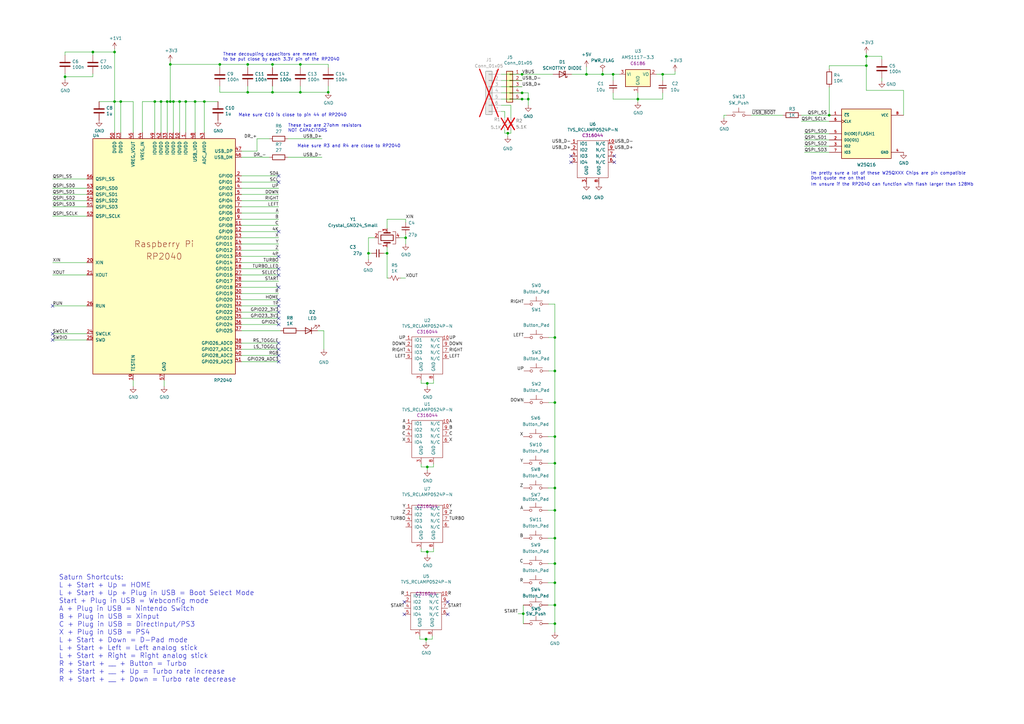
<source format=kicad_sch>
(kicad_sch (version 20230121) (generator eeschema)
  (paper "A3")
  (title_block (title "Nintendo OEM SNES controller replacement PCB") (date "2022-10-21") (rev "3") (comment 1 "http://creativecommons.org/licenses/by-sa/4.0") (comment 2 "Attribution-ShareAlike v4.0 license.") (comment 3 "This document describes Open Hardware and is licensed under the Creative Commons") (comment 4 "(c) 2022 Bob Taylor"))
  (lib_symbols
    (symbol "Connector_Generic:Conn_01x05" (pin_names (offset 1.016) hide)
      (property "Reference" "J" (at 0 7.62 0))
      (property "Value" "Conn_01x05" (at 0 -7.62 0))
      (symbol "Conn_01x05_1_1"
        (pin passive line (at -5.08 5.08 0) (length 3.81) (name "Pin_1") (number "1"))
        (pin passive line (at -5.08 2.54 0) (length 3.81) (name "Pin_2") (number "2"))
        (pin passive line (at -5.08 0 0) (length 3.81) (name "Pin_3") (number "3"))
        (pin passive line (at -5.08 -2.54 0) (length 3.81) (name "Pin_4") (number "4"))
        (pin passive line (at -5.08 -5.08 0) (length 3.81) (name "Pin_5") (number "5"))
      )
    )
    (symbol "Connector_Generic:Conn_01x07" (pin_names (offset 1.016) hide)
      (property "Reference" "J" (at 0 10.16 0))
      (property "Value" "Conn_01x07" (at 0 -10.16 0))
      (symbol "Conn_01x07_1_1"
        (pin passive line (at -5.08 7.62 0) (length 3.81) (name "Pin_1") (number "1"))
        (pin passive line (at -5.08 5.08 0) (length 3.81) (name "Pin_2") (number "2"))
        (pin passive line (at -5.08 2.54 0) (length 3.81) (name "Pin_3") (number "3"))
        (pin passive line (at -5.08 0 0) (length 3.81) (name "Pin_4") (number "4"))
        (pin passive line (at -5.08 -2.54 0) (length 3.81) (name "Pin_5") (number "5"))
        (pin passive line (at -5.08 -5.08 0) (length 3.81) (name "Pin_6") (number "6"))
        (pin passive line (at -5.08 -7.62 0) (length 3.81) (name "Pin_7") (number "7"))
      )
    )
    (symbol "Device:C" (pin_numbers hide) (pin_names (offset 0.254))
      (property "Reference" "C" (at 0.635 2.54 0))
      (property "Value" "C" (at 0.635 -2.54 0))
      (symbol "C_1_1"
        (pin passive line (at 0 3.81 270) (length 2.794) (name "~") (number "1"))
        (pin passive line (at 0 -3.81 90) (length 2.794) (name "~") (number "2"))
      )
    )
    (symbol "Device:C_Small" (pin_numbers hide) (pin_names (offset 0.254) hide)
      (property "Reference" "C" (at 0.254 1.778 0))
      (property "Value" "C_Small" (at 0.254 -2.032 0))
      (symbol "C_Small_1_1"
        (pin passive line (at 0 2.54 270) (length 2.032) (name "~") (number "1"))
        (pin passive line (at 0 -2.54 90) (length 2.032) (name "~") (number "2"))
      )
    )
    (symbol "Device:Crystal_GND24" (pin_names (offset 1.016) hide)
      (property "Reference" "Y" (at 3.175 5.08 0))
      (property "Value" "Crystal_GND24" (at 3.175 3.175 0))
      (symbol "Crystal_GND24_1_1"
        (pin passive line (at -3.81 0 0) (length 1.27) (name "1") (number "1"))
        (pin passive line (at 0 5.08 270) (length 1.27) (name "2") (number "2"))
        (pin passive line (at 3.81 0 180) (length 1.27) (name "3") (number "3"))
        (pin passive line (at 0 -5.08 90) (length 1.27) (name "4") (number "4"))
      )
    )
    (symbol "Device:D_Schottky" (pin_numbers hide) (pin_names (offset 1.016) hide)
      (property "Reference" "D" (at 0 2.54 0))
      (property "Value" "D_Schottky" (at 0 -2.54 0))
      (symbol "D_Schottky_1_1"
        (pin passive line (at -3.81 0 0) (length 2.54) (name "K") (number "1"))
        (pin passive line (at 3.81 0 180) (length 2.54) (name "A") (number "2"))
      )
    )
    (symbol "Device:LED" (pin_numbers hide) (pin_names (offset 1.016) hide)
      (property "Reference" "D" (at 0 2.54 0))
      (property "Value" "LED" (at 0 -2.54 0))
      (symbol "LED_1_1"
        (pin passive line (at -3.81 0 0) (length 2.54) (name "K") (number "1"))
        (pin passive line (at 3.81 0 180) (length 2.54) (name "A") (number "2"))
      )
    )
    (symbol "Device:R" (pin_numbers hide) (pin_names (offset 0))
      (property "Reference" "R" (at 2.032 0 90))
      (property "Value" "R" (at 0 0 90))
      (symbol "R_1_1"
        (pin passive line (at 0 3.81 270) (length 1.27) (name "~") (number "1"))
        (pin passive line (at 0 -3.81 90) (length 1.27) (name "~") (number "2"))
      )
    )
    (symbol "Device:R_Small_US" (pin_numbers hide) (pin_names (offset 0.254) hide)
      (property "Reference" "R" (at 0.762 0.508 0))
      (property "Value" "R_Small_US" (at 0.762 -1.016 0))
      (symbol "R_Small_US_1_1"
        (pin passive line (at 0 2.54 270) (length 1.016) (name "~") (number "1"))
        (pin passive line (at 0 -2.54 90) (length 1.016) (name "~") (number "2"))
      )
    )
    (symbol "Regulator_Linear:AMS1117-3.3"
      (property "Reference" "U" (at -3.81 3.175 0))
      (property "Value" "AMS1117-3.3" (at 0 3.175 0))
      (symbol "AMS1117-3.3_1_1"
        (pin power_in line (at 0 -7.62 90) (length 2.54) (name "GND") (number "1"))
        (pin power_out line (at 7.62 0 180) (length 2.54) (name "VO") (number "2"))
        (pin power_in line (at -7.62 0 0) (length 2.54) (name "VI") (number "3"))
      )
    )
    (symbol "Switch:SW_Push" (pin_numbers hide) (pin_names (offset 1.016) hide)
      (property "Reference" "SW" (at 1.27 2.54 0))
      (property "Value" "SW_Push" (at 0 -1.524 0))
      (symbol "SW_Push_0_1"
        (pin passive line (at -5.08 0 0) (length 2.54) (name "1") (number "1"))
        (pin passive line (at 5.08 0 180) (length 2.54) (name "2") (number "2"))
      )
    )
    (symbol "Video_Games:RP2040" (pin_names (offset 1.016))
      (property "Reference" "U4" (at -27.94 49.53 0))
      (property "Value" "RP2040" (at 24.13 -50.8 0))
      (symbol "RP2040_0_0"
        (text "Raspberry Pi" (at 0 5.08 0) (effects (font (size 2.54 2.54))))
        (text "RP2040" (at 0 0 0) (effects (font (size 2.54 2.54))))
      )
      (symbol "RP2040_1_1"
        (pin power_in line (at 8.89 50.8 270) (length 2.54) (name "IOVDD") (number "1"))
        (pin power_in line (at 6.35 50.8 270) (length 2.54) (name "IOVDD") (number "10"))
        (pin bidirectional line (at 31.75 12.7 180) (length 2.54) (name "GPIO8") (number "11"))
        (pin bidirectional line (at 31.75 10.16 180) (length 2.54) (name "GPIO9") (number "12"))
        (pin bidirectional line (at 31.75 7.62 180) (length 2.54) (name "GPIO10") (number "13"))
        (pin bidirectional line (at 31.75 5.08 180) (length 2.54) (name "GPIO11") (number "14"))
        (pin bidirectional line (at 31.75 2.54 180) (length 2.54) (name "GPIO12") (number "15"))
        (pin bidirectional line (at 31.75 0 180) (length 2.54) (name "GPIO13") (number "16"))
        (pin bidirectional line (at 31.75 -2.54 180) (length 2.54) (name "GPIO14") (number "17"))
        (pin bidirectional line (at 31.75 -5.08 180) (length 2.54) (name "GPIO15") (number "18"))
        (pin passive line (at -12.7 -50.8 90) (length 2.54) (name "TESTEN") (number "19"))
        (pin bidirectional line (at 31.75 33.02 180) (length 2.54) (name "GPIO0") (number "2"))
        (pin input line (at -31.75 -2.54 0) (length 2.54) (name "XIN") (number "20"))
        (pin passive line (at -31.75 -7.62 0) (length 2.54) (name "XOUT") (number "21"))
        (pin power_in line (at 3.81 50.8 270) (length 2.54) (name "IOVDD") (number "22"))
        (pin power_in line (at -17.78 50.8 270) (length 2.54) (name "DVDD") (number "23"))
        (pin output line (at -31.75 -31.75 0) (length 2.54) (name "SWCLK") (number "24"))
        (pin bidirectional line (at -31.75 -34.29 0) (length 2.54) (name "SWD") (number "25"))
        (pin input line (at -31.75 -20.32 0) (length 2.54) (name "RUN") (number "26"))
        (pin bidirectional line (at 31.75 -7.62 180) (length 2.54) (name "GPIO16") (number "27"))
        (pin bidirectional line (at 31.75 -10.16 180) (length 2.54) (name "GPIO17") (number "28"))
        (pin bidirectional line (at 31.75 -12.7 180) (length 2.54) (name "GPIO18") (number "29"))
        (pin bidirectional line (at 31.75 30.48 180) (length 2.54) (name "GPIO1") (number "3"))
        (pin bidirectional line (at 31.75 -15.24 180) (length 2.54) (name "GPIO19") (number "30"))
        (pin bidirectional line (at 31.75 -17.78 180) (length 2.54) (name "GPIO20") (number "31"))
        (pin bidirectional line (at 31.75 -20.32 180) (length 2.54) (name "GPIO21") (number "32"))
        (pin power_in line (at 1.27 50.8 270) (length 2.54) (name "IOVDD") (number "33"))
        (pin bidirectional line (at 31.75 -22.86 180) (length 2.54) (name "GPIO22") (number "34"))
        (pin bidirectional line (at 31.75 -25.4 180) (length 2.54) (name "GPIO23") (number "35"))
        (pin bidirectional line (at 31.75 -27.94 180) (length 2.54) (name "GPIO24") (number "36"))
        (pin bidirectional line (at 31.75 -30.48 180) (length 2.54) (name "GPIO25") (number "37"))
        (pin bidirectional line (at 31.75 -35.56 180) (length 2.54) (name "GPIO26_ADC0") (number "38"))
        (pin bidirectional line (at 31.75 -38.1 180) (length 2.54) (name "GPIO27_ADC1") (number "39"))
        (pin bidirectional line (at 31.75 27.94 180) (length 2.54) (name "GPIO2") (number "4"))
        (pin bidirectional line (at 31.75 -40.64 180) (length 2.54) (name "GPIO28_ADC2") (number "40"))
        (pin bidirectional line (at 31.75 -43.18 180) (length 2.54) (name "GPIO29_ADC3") (number "41"))
        (pin power_in line (at -1.27 50.8 270) (length 2.54) (name "IOVDD") (number "42"))
        (pin power_in line (at 16.51 50.8 270) (length 2.54) (name "ADC_AVDD") (number "43"))
        (pin power_in line (at -8.89 50.8 270) (length 2.54) (name "VREG_IN") (number "44"))
        (pin power_out line (at -12.7 50.8 270) (length 2.54) (name "VREG_VOUT") (number "45"))
        (pin bidirectional line (at 31.75 40.64 180) (length 2.54) (name "USB_DM") (number "46"))
        (pin bidirectional line (at 31.75 43.18 180) (length 2.54) (name "USB_DP") (number "47"))
        (pin power_in line (at 12.7 50.8 270) (length 2.54) (name "USB_VDD") (number "48"))
        (pin power_in line (at -3.81 50.8 270) (length 2.54) (name "IOVDD") (number "49"))
        (pin bidirectional line (at 31.75 25.4 180) (length 2.54) (name "GPIO3") (number "5"))
        (pin power_in line (at -20.32 50.8 270) (length 2.54) (name "DVDD") (number "50"))
        (pin bidirectional line (at -31.75 20.32 0) (length 2.54) (name "QSPI_SD3") (number "51"))
        (pin output line (at -31.75 16.51 0) (length 2.54) (name "QSPI_SCLK") (number "52"))
        (pin bidirectional line (at -31.75 27.94 0) (length 2.54) (name "QSPI_SD0") (number "53"))
        (pin bidirectional line (at -31.75 22.86 0) (length 2.54) (name "QSPI_SD2") (number "54"))
        (pin bidirectional line (at -31.75 25.4 0) (length 2.54) (name "QSPI_SD1") (number "55"))
        (pin bidirectional line (at -31.75 31.75 0) (length 2.54) (name "QSPI_SS") (number "56"))
        (pin power_in line (at 0 -50.8 90) (length 2.54) (name "GND") (number "57"))
        (pin bidirectional line (at 31.75 22.86 180) (length 2.54) (name "GPIO4") (number "6"))
        (pin bidirectional line (at 31.75 20.32 180) (length 2.54) (name "GPIO5") (number "7"))
        (pin bidirectional line (at 31.75 17.78 180) (length 2.54) (name "GPIO6") (number "8"))
        (pin bidirectional line (at 31.75 15.24 180) (length 2.54) (name "GPIO7") (number "9"))
      )
    )
    (symbol "Video_Games:TVS_RCLAMP0524P-N-Video_Games" (pin_names (offset 1.016))
      (property "Reference" "U3" (at 0 11.811 0))
      (property "Value" "TVS_RCLAMP0524P-N-Video_Games" (at 0 9.4996 0))
      (property "LCSC Part" "C316044" (at 0 7.1882 0))
      (symbol "TVS_RCLAMP0524P-N-Video_Games_1_1"
        (pin input line (at -8.89 3.81 0) (length 2.54) (name "IO1") (number "1"))
        (pin output line (at 8.89 3.81 180) (length 2.54) (name "N/C") (number "10"))
        (pin input line (at -8.89 1.27 0) (length 2.54) (name "IO2") (number "2"))
        (pin input line (at -2.54 -12.7 90) (length 2.54) (name "GND") (number "3"))
        (pin input line (at -8.89 -1.27 0) (length 2.54) (name "IO3") (number "4"))
        (pin input line (at -8.89 -3.81 0) (length 2.54) (name "IO4") (number "5"))
        (pin output line (at 8.89 -3.81 180) (length 2.54) (name "N/C") (number "6"))
        (pin output line (at 8.89 -1.27 180) (length 2.54) (name "N/C") (number "7"))
        (pin input line (at 2.54 -12.7 90) (length 2.54) (name "GND") (number "8"))
        (pin output line (at 8.89 1.27 180) (length 2.54) (name "N/C") (number "9"))
      )
    )
    (symbol "Video_Games:W25Q256JVEIQ_TR" (pin_names (offset 1.016))
      (property "Reference" "FLASH1" (at 0 0 0))
      (property "Value" "W25Q256JVEIQ_TR" (at 0 -12.7 0))
      (symbol "W25Q256JVEIQ_TR_0_0"
        (pin input line (at -15.24 7.62 0) (length 5.08) (name "~{CS}") (number "1"))
        (pin bidirectional line (at -15.24 -2.54 0) (length 5.08) (name "DO(IO1)") (number "2"))
        (pin bidirectional line (at -15.24 -5.08 0) (length 5.08) (name "IO2") (number "3"))
        (pin power_in line (at 15.24 -7.62 180) (length 5.08) (name "GND") (number "4"))
        (pin bidirectional line (at -15.24 0 0) (length 5.08) (name "DI(IO0)") (number "5"))
        (pin input clock (at -15.24 5.08 0) (length 5.08) (name "CLK") (number "6"))
        (pin bidirectional line (at -15.24 -7.62 0) (length 5.08) (name "IO3") (number "7"))
        (pin power_in line (at 15.24 7.62 180) (length 5.08) (name "VCC") (number "8"))
      )
    )
    (symbol "power:+1V1" (power) (pin_names (offset 0))
      (property "Value" "+1V1" (at 0 3.556 0))
      (symbol "+1V1_1_1"
        (pin power_in line (at 0 0 90) (length 0) hide (name "+1V1") (number "1"))
      )
    )
    (symbol "power:+3V3" (power) (pin_names (offset 0))
      (property "Value" "+3V3" (at 0 3.556 0))
      (symbol "+3V3_1_1"
        (pin power_in line (at 0 0 90) (length 0) hide (name "+3V3") (number "1"))
      )
    )
    (symbol "power:+5V" (power) (pin_names (offset 0))
      (property "Value" "+5V" (at 0 3.556 0))
      (symbol "+5V_1_1"
        (pin power_in line (at 0 0 90) (length 0) hide (name "+5V") (number "1"))
      )
    )
    (symbol "power:GND" (power) (pin_names (offset 0))
      (property "Value" "GND" (at 0 -3.81 0))
      (symbol "GND_1_1"
        (pin power_in line (at 0 0 270) (length 0) hide (name "GND") (number "1"))
      )
    )
    (symbol "power:PWR_FLAG" (power) (pin_numbers hide) (pin_names (offset 0) hide)
      (property "Value" "PWR_FLAG" (at 0 3.81 0))
      (symbol "PWR_FLAG_0_0"
        (pin power_out line (at 0 0 90) (length 0) (name "pwr") (number "1"))
      )
    )
  )
  (junction (at 151.13 103.886))
  (junction (at 175.26 157.226))
  (junction (at 63.5 41.656))
  (junction (at 49.53 41.656))
  (junction (at 123.19 37.846))
  (junction (at 69.85 41.656))
  (junction (at 271.78 30.48))
  (junction (at 66.04 41.656))
  (junction (at 227.584 231.14))
  (junction (at 261.62 40.64))
  (junction (at 83.82 41.656))
  (junction (at 69.85 26.416))
  (junction (at 227.584 248.158))
  (junction (at 73.66 41.656))
  (junction (at 355.346 23.114))
  (junction (at 76.2 41.656))
  (junction (at 216.662 40.64))
  (junction (at 227.584 179.07))
  (junction (at 134.62 37.846))
  (junction (at 227.584 138.43))
  (junction (at 251.46 30.48))
  (junction (at 90.17 26.416))
  (junction (at 247.142 30.48))
  (junction (at 227.584 239.014))
  (junction (at 123.19 26.416))
  (junction (at 46.99 21.336))
  (junction (at 46.99 41.656))
  (junction (at 80.01 41.656))
  (junction (at 227.584 209.296))
  (junction (at 227.584 152.146))
  (junction (at 240.538 30.48))
  (junction (at 355.346 26.924))
  (junction (at 174.752 262.128))
  (junction (at 68.58 41.656))
  (junction (at 166.37 97.536))
  (junction (at 227.584 200.152))
  (junction (at 111.76 26.416))
  (junction (at 175.26 226.314))
  (junction (at 227.584 255.778))
  (junction (at 111.76 37.846))
  (junction (at 101.6 37.846))
  (junction (at 158.75 103.886))
  (junction (at 214.122 40.64))
  (junction (at 26.67 31.496))
  (junction (at 340.106 47.244))
  (junction (at 214.63 251.714))
  (junction (at 208.28 54.61))
  (junction (at 101.6 26.416))
  (junction (at 227.584 165.1))
  (junction (at 71.12 41.656))
  (junction (at 38.1 21.336))
  (junction (at 214.122 38.1))
  (junction (at 175.26 191.516))
  (junction (at 214.122 30.48))
  (junction (at 227.584 220.726))
  (junction (at 227.584 189.992))
  (no_connect (at 165.862 246.888))
  (no_connect (at 114.3 74.676))
  (no_connect (at 114.3 148.336))
  (no_connect (at 251.968 64.008))
  (no_connect (at 21.59 125.476))
  (no_connect (at 114.3 140.716))
  (no_connect (at 21.59 136.906))
  (no_connect (at 114.3 145.796))
  (no_connect (at 165.862 251.968))
  (no_connect (at 21.59 139.446))
  (no_connect (at 114.3 125.476))
  (no_connect (at 183.642 251.968))
  (no_connect (at 114.3 128.016))
  (no_connect (at 114.3 94.996))
  (no_connect (at 114.3 130.556))
  (no_connect (at 114.3 110.236))
  (no_connect (at 183.642 246.888))
  (no_connect (at 114.3 105.156))
  (no_connect (at 114.3 72.136))
  (no_connect (at 234.188 66.548))
  (no_connect (at 114.3 112.776))
  (no_connect (at 114.3 122.936))
  (no_connect (at 251.968 66.548))
  (no_connect (at 114.3 133.096))
  (no_connect (at 114.3 117.856))
  (no_connect (at 114.3 143.256))
  (no_connect (at 234.188 64.008))
  (wire (pts (xy 271.78 30.48) (xy 271.78 33.02)))
  (wire (pts (xy 54.61 41.656) (xy 49.53 41.656)))
  (wire (pts (xy 296.926 47.244) (xy 297.942 47.244)))
  (wire (pts (xy 99.06 143.256) (xy 114.3 143.256)))
  (wire (pts (xy 269.24 30.48) (xy 271.78 30.48)))
  (wire (pts (xy 214.757 255.778) (xy 214.63 255.778)))
  (wire (pts (xy 340.106 28.194) (xy 340.106 26.924)))
  (wire (pts (xy 172.72 191.516) (xy 175.26 191.516)))
  (wire (pts (xy 214.63 251.714) (xy 214.63 255.778)))
  (wire (pts (xy 240.538 27.432) (xy 240.538 30.48)))
  (wire (pts (xy 177.8 157.226) (xy 177.8 155.956)))
  (wire (pts (xy 227.584 165.1) (xy 227.584 179.07)))
  (wire (pts (xy 90.17 26.416) (xy 101.6 26.416)))
  (wire (pts (xy 340.106 35.814) (xy 340.106 47.244)))
  (wire (pts (xy 46.99 20.066) (xy 46.99 21.336)))
  (wire (pts (xy 134.62 27.686) (xy 134.62 26.416)))
  (wire (pts (xy 68.58 54.356) (xy 68.58 41.656)))
  (wire (pts (xy 247.142 30.48) (xy 251.46 30.48)))
  (wire (pts (xy 328.676 47.244) (xy 340.106 47.244)))
  (wire (pts (xy 99.06 135.636) (xy 115.062 135.636)))
  (wire (pts (xy 234.442 30.48) (xy 240.538 30.48)))
  (wire (pts (xy 99.06 100.076) (xy 114.3 100.076)))
  (wire (pts (xy 99.06 97.536) (xy 114.3 97.536)))
  (wire (pts (xy 58.42 41.656) (xy 63.5 41.656)))
  (wire (pts (xy 175.26 157.226) (xy 177.8 157.226)))
  (wire (pts (xy 224.79 179.07) (xy 227.584 179.07)))
  (wire (pts (xy 214.122 40.64) (xy 216.662 40.64)))
  (wire (pts (xy 130.302 135.636) (xy 132.842 135.636)))
  (wire (pts (xy 158.75 89.916) (xy 166.37 89.916)))
  (wire (pts (xy 38.1 31.496) (xy 38.1 30.226)))
  (wire (pts (xy 35.56 125.476) (xy 21.59 125.476)))
  (wire (pts (xy 166.37 97.536) (xy 166.37 100.076)))
  (wire (pts (xy 99.06 115.316) (xy 114.3 115.316)))
  (wire (pts (xy 63.5 54.356) (xy 63.5 41.656)))
  (wire (pts (xy 163.83 97.536) (xy 166.37 97.536)))
  (wire (pts (xy 205.613 38.1) (xy 214.122 38.1)))
  (wire (pts (xy 205.613 30.48) (xy 214.122 30.48)))
  (wire (pts (xy 152.4 103.886) (xy 151.13 103.886)))
  (wire (pts (xy 251.46 40.64) (xy 261.62 40.64)))
  (wire (pts (xy 227.584 152.146) (xy 227.584 165.1)))
  (wire (pts (xy 21.59 107.696) (xy 35.56 107.696)))
  (wire (pts (xy 224.79 231.14) (xy 227.584 231.14)))
  (wire (pts (xy 340.106 26.924) (xy 355.346 26.924)))
  (wire (pts (xy 35.56 73.406) (xy 21.59 73.406)))
  (wire (pts (xy 240.538 30.48) (xy 247.142 30.48)))
  (wire (pts (xy 205.613 40.64) (xy 214.122 40.64)))
  (wire (pts (xy 296.926 47.244) (xy 296.926 48.514)))
  (wire (pts (xy 172.212 262.128) (xy 174.752 262.128)))
  (wire (pts (xy 224.79 248.158) (xy 227.584 248.158)))
  (wire (pts (xy 329.946 57.404) (xy 340.106 57.404)))
  (wire (pts (xy 99.06 61.976) (xy 105.41 61.976)))
  (wire (pts (xy 80.01 41.656) (xy 83.82 41.656)))
  (wire (pts (xy 225.044 124.714) (xy 227.584 124.714)))
  (wire (pts (xy 73.66 54.356) (xy 73.66 41.656)))
  (wire (pts (xy 58.42 54.356) (xy 58.42 41.656)))
  (wire (pts (xy 89.408 41.656) (xy 83.82 41.656)))
  (wire (pts (xy 35.56 136.906) (xy 21.59 136.906)))
  (wire (pts (xy 166.37 96.266) (xy 166.37 97.536)))
  (wire (pts (xy 224.79 209.296) (xy 227.584 209.296)))
  (wire (pts (xy 227.584 179.07) (xy 227.584 189.992)))
  (wire (pts (xy 90.17 35.306) (xy 90.17 37.846)))
  (wire (pts (xy 328.676 49.784) (xy 340.106 49.784)))
  (wire (pts (xy 208.28 54.61) (xy 208.28 55.88)))
  (wire (pts (xy 99.06 128.016) (xy 114.3 128.016)))
  (wire (pts (xy 151.13 97.536) (xy 151.13 103.886)))
  (wire (pts (xy 99.06 122.936) (xy 114.3 122.936)))
  (wire (pts (xy 205.613 33.02) (xy 214.122 33.02)))
  (wire (pts (xy 224.79 189.992) (xy 227.584 189.992)))
  (wire (pts (xy 73.66 41.656) (xy 76.2 41.656)))
  (wire (pts (xy 227.584 209.296) (xy 227.584 200.152)))
  (wire (pts (xy 99.06 72.136) (xy 114.3 72.136)))
  (wire (pts (xy 111.76 27.686) (xy 111.76 26.416)))
  (wire (pts (xy 205.613 43.18) (xy 209.55 43.18)))
  (wire (pts (xy 69.85 41.656) (xy 71.12 41.656)))
  (wire (pts (xy 177.292 262.128) (xy 177.292 260.858)))
  (wire (pts (xy 111.76 35.306) (xy 111.76 37.846)))
  (wire (pts (xy 99.06 94.996) (xy 114.3 94.996)))
  (wire (pts (xy 225.044 138.43) (xy 227.584 138.43)))
  (wire (pts (xy 123.19 27.686) (xy 123.19 26.416)))
  (wire (pts (xy 35.56 112.776) (xy 21.59 112.776)))
  (wire (pts (xy 261.62 40.64) (xy 271.78 40.64)))
  (wire (pts (xy 99.06 125.476) (xy 114.3 125.476)))
  (wire (pts (xy 261.62 40.64) (xy 261.62 41.91)))
  (wire (pts (xy 174.752 262.128) (xy 177.292 262.128)))
  (wire (pts (xy 69.85 25.146) (xy 69.85 26.416)))
  (wire (pts (xy 340.106 59.944) (xy 329.946 59.944)))
  (wire (pts (xy 158.75 103.886) (xy 158.75 114.046)))
  (wire (pts (xy 99.06 110.236) (xy 114.3 110.236)))
  (wire (pts (xy 90.17 37.846) (xy 101.6 37.846)))
  (wire (pts (xy 172.72 191.516) (xy 172.72 190.246)))
  (wire (pts (xy 227.584 200.152) (xy 227.584 189.992)))
  (wire (pts (xy 99.06 74.676) (xy 114.3 74.676)))
  (wire (pts (xy 99.06 79.756) (xy 114.3 79.756)))
  (wire (pts (xy 26.67 21.336) (xy 38.1 21.336)))
  (wire (pts (xy 209.55 53.34) (xy 209.55 54.61)))
  (wire (pts (xy 99.06 133.096) (xy 114.3 133.096)))
  (wire (pts (xy 174.752 262.128) (xy 174.752 263.398)))
  (wire (pts (xy 99.06 140.716) (xy 114.3 140.716)))
  (wire (pts (xy 175.26 226.314) (xy 175.26 227.584)))
  (wire (pts (xy 205.613 35.56) (xy 214.122 35.56)))
  (wire (pts (xy 123.19 35.306) (xy 123.19 37.846)))
  (wire (pts (xy 99.06 120.396) (xy 114.3 120.396)))
  (wire (pts (xy 21.59 77.216) (xy 35.56 77.216)))
  (wire (pts (xy 101.6 37.846) (xy 111.76 37.846)))
  (wire (pts (xy 63.5 41.656) (xy 66.04 41.656)))
  (wire (pts (xy 99.06 84.836) (xy 114.3 84.836)))
  (wire (pts (xy 38.1 21.336) (xy 46.99 21.336)))
  (wire (pts (xy 99.06 82.296) (xy 114.3 82.296)))
  (wire (pts (xy 118.11 64.516) (xy 132.08 64.516)))
  (wire (pts (xy 214.122 30.48) (xy 226.822 30.48)))
  (wire (pts (xy 216.662 40.64) (xy 216.662 43.18)))
  (wire (pts (xy 118.11 56.896) (xy 132.08 56.896)))
  (wire (pts (xy 164.338 114.046) (xy 166.37 114.046)))
  (wire (pts (xy 340.106 54.864) (xy 329.946 54.864)))
  (wire (pts (xy 370.586 47.244) (xy 370.586 37.084)))
  (wire (pts (xy 177.8 191.516) (xy 177.8 190.246)))
  (wire (pts (xy 225.044 165.1) (xy 227.584 165.1)))
  (wire (pts (xy 308.102 47.244) (xy 321.056 47.244)))
  (wire (pts (xy 46.99 41.656) (xy 46.99 54.356)))
  (wire (pts (xy 21.59 79.756) (xy 35.56 79.756)))
  (wire (pts (xy 99.06 107.696) (xy 114.3 107.696)))
  (wire (pts (xy 71.12 41.656) (xy 73.66 41.656)))
  (wire (pts (xy 66.04 41.656) (xy 68.58 41.656)))
  (wire (pts (xy 261.62 38.1) (xy 261.62 40.64)))
  (wire (pts (xy 67.31 155.956) (xy 67.31 158.496)))
  (wire (pts (xy 69.85 26.416) (xy 69.85 41.656)))
  (wire (pts (xy 26.67 22.606) (xy 26.67 21.336)))
  (wire (pts (xy 224.79 200.152) (xy 227.584 200.152)))
  (wire (pts (xy 207.01 53.34) (xy 207.01 54.61)))
  (wire (pts (xy 340.106 62.484) (xy 329.946 62.484)))
  (wire (pts (xy 205.613 45.72) (xy 207.01 45.72)))
  (wire (pts (xy 157.48 103.886) (xy 158.75 103.886)))
  (wire (pts (xy 83.82 41.656) (xy 83.82 54.356)))
  (wire (pts (xy 99.06 112.776) (xy 114.3 112.776)))
  (wire (pts (xy 123.19 26.416) (xy 134.62 26.416)))
  (wire (pts (xy 207.01 54.61) (xy 208.28 54.61)))
  (wire (pts (xy 69.85 26.416) (xy 90.17 26.416)))
  (wire (pts (xy 21.59 84.836) (xy 35.56 84.836)))
  (wire (pts (xy 227.584 239.014) (xy 227.584 248.158)))
  (wire (pts (xy 172.72 157.226) (xy 172.72 155.956)))
  (wire (pts (xy 172.72 226.314) (xy 172.72 225.044)))
  (wire (pts (xy 99.06 89.916) (xy 114.3 89.916)))
  (wire (pts (xy 212.471 251.714) (xy 214.63 251.714)))
  (wire (pts (xy 208.28 54.61) (xy 209.55 54.61)))
  (wire (pts (xy 227.584 138.43) (xy 227.584 152.146)))
  (wire (pts (xy 276.86 29.21) (xy 276.86 30.48)))
  (wire (pts (xy 172.72 226.314) (xy 175.26 226.314)))
  (wire (pts (xy 99.06 77.216) (xy 114.3 77.216)))
  (wire (pts (xy 175.26 226.314) (xy 177.8 226.314)))
  (wire (pts (xy 105.41 56.896) (xy 105.41 61.976)))
  (wire (pts (xy 99.06 130.556) (xy 114.3 130.556)))
  (wire (pts (xy 99.06 64.516) (xy 110.49 64.516)))
  (wire (pts (xy 123.19 37.846) (xy 111.76 37.846)))
  (wire (pts (xy 224.79 239.014) (xy 227.584 239.014)))
  (wire (pts (xy 214.122 38.1) (xy 216.662 38.1)))
  (wire (pts (xy 134.62 37.846) (xy 123.19 37.846)))
  (wire (pts (xy 158.75 114.046) (xy 159.258 114.046)))
  (wire (pts (xy 175.26 157.226) (xy 175.26 158.496)))
  (wire (pts (xy 158.75 101.346) (xy 158.75 103.886)))
  (wire (pts (xy 99.06 148.336) (xy 114.3 148.336)))
  (wire (pts (xy 101.6 37.846) (xy 101.6 35.306)))
  (wire (pts (xy 68.58 41.656) (xy 69.85 41.656)))
  (wire (pts (xy 105.41 56.896) (xy 110.49 56.896)))
  (wire (pts (xy 134.62 35.306) (xy 134.62 37.846)))
  (wire (pts (xy 177.8 226.314) (xy 177.8 225.044)))
  (wire (pts (xy 227.584 209.296) (xy 227.584 220.726)))
  (wire (pts (xy 99.06 102.616) (xy 114.3 102.616)))
  (wire (pts (xy 99.06 87.376) (xy 114.3 87.376)))
  (wire (pts (xy 38.1 22.606) (xy 38.1 21.336)))
  (wire (pts (xy 355.346 37.084) (xy 370.586 37.084)))
  (wire (pts (xy 26.67 31.496) (xy 26.67 32.766)))
  (wire (pts (xy 227.584 220.726) (xy 227.584 231.14)))
  (wire (pts (xy 158.75 89.916) (xy 158.75 93.726)))
  (wire (pts (xy 361.696 23.114) (xy 355.346 23.114)))
  (wire (pts (xy 224.917 255.778) (xy 227.584 255.778)))
  (wire (pts (xy 35.56 88.646) (xy 21.59 88.646)))
  (wire (pts (xy 35.56 139.446) (xy 21.59 139.446)))
  (wire (pts (xy 90.17 27.686) (xy 90.17 26.416)))
  (wire (pts (xy 99.06 92.456) (xy 114.3 92.456)))
  (wire (pts (xy 21.59 82.296) (xy 35.56 82.296)))
  (wire (pts (xy 111.76 26.416) (xy 123.19 26.416)))
  (wire (pts (xy 355.346 21.844) (xy 355.346 23.114)))
  (wire (pts (xy 153.67 97.536) (xy 151.13 97.536)))
  (wire (pts (xy 26.67 31.496) (xy 38.1 31.496)))
  (wire (pts (xy 225.044 152.146) (xy 227.584 152.146)))
  (wire (pts (xy 46.99 21.336) (xy 46.99 41.656)))
  (wire (pts (xy 209.55 43.18) (xy 209.55 48.26)))
  (wire (pts (xy 151.13 103.886) (xy 151.13 106.426)))
  (wire (pts (xy 66.04 54.356) (xy 66.04 41.656)))
  (wire (pts (xy 361.696 24.384) (xy 361.696 23.114)))
  (wire (pts (xy 101.6 26.416) (xy 111.76 26.416)))
  (wire (pts (xy 172.72 157.226) (xy 175.26 157.226)))
  (wire (pts (xy 214.63 251.714) (xy 214.63 248.158)))
  (wire (pts (xy 247.142 29.21) (xy 247.142 30.48)))
  (wire (pts (xy 71.12 54.356) (xy 71.12 41.656)))
  (wire (pts (xy 49.53 41.656) (xy 46.99 41.656)))
  (wire (pts (xy 207.01 45.72) (xy 207.01 48.26)))
  (wire (pts (xy 355.346 26.924) (xy 355.346 37.084)))
  (wire (pts (xy 26.67 30.226) (xy 26.67 31.496)))
  (wire (pts (xy 80.01 54.356) (xy 80.01 41.656)))
  (wire (pts (xy 172.212 262.128) (xy 172.212 260.858)))
  (wire (pts (xy 99.06 117.856) (xy 114.3 117.856)))
  (wire (pts (xy 361.696 32.004) (xy 361.696 33.274)))
  (wire (pts (xy 227.584 248.158) (xy 227.584 255.778)))
  (wire (pts (xy 251.46 38.1) (xy 251.46 40.64)))
  (wire (pts (xy 101.6 27.686) (xy 101.6 26.416)))
  (wire (pts (xy 271.78 38.1) (xy 271.78 40.64)))
  (wire (pts (xy 271.78 30.48) (xy 276.86 30.48)))
  (wire (pts (xy 46.99 41.656) (xy 40.64 41.656)))
  (wire (pts (xy 132.842 135.636) (xy 132.842 143.256)))
  (wire (pts (xy 99.06 105.156) (xy 114.3 105.156)))
  (wire (pts (xy 99.06 145.796) (xy 114.3 145.796)))
  (wire (pts (xy 227.584 231.14) (xy 227.584 239.014)))
  (wire (pts (xy 224.79 220.726) (xy 227.584 220.726)))
  (wire (pts (xy 227.584 124.714) (xy 227.584 138.43)))
  (wire (pts (xy 49.53 54.356) (xy 49.53 41.656)))
  (wire (pts (xy 227.584 255.778) (xy 227.584 259.334)))
  (wire (pts (xy 175.26 191.516) (xy 175.26 192.786)))
  (wire (pts (xy 54.61 155.956) (xy 54.61 158.496)))
  (wire (pts (xy 76.2 41.656) (xy 76.2 54.356)))
  (wire (pts (xy 251.46 30.48) (xy 254 30.48)))
  (wire (pts (xy 216.662 38.1) (xy 216.662 40.64)))
  (wire (pts (xy 54.61 54.356) (xy 54.61 41.656)))
  (wire (pts (xy 355.346 23.114) (xy 355.346 26.924)))
  (wire (pts (xy 251.46 30.48) (xy 251.46 33.02)))
  (wire (pts (xy 175.26 191.516) (xy 177.8 191.516)))
  (wire (pts (xy 166.37 89.916) (xy 166.37 91.186)))
  (wire (pts (xy 76.2 41.656) (xy 80.01 41.656)))
  (text "Saturn Shortcuts:\nL + Start + Up = HOME\nL + Start + Up + Plug in USB = Boot Select Mode\nStart + Plug in USB = Webconfig mode\nA + Plug in USB = Nintendo Switch\nB + Plug in USB = Xinput\nC + Plug in USB = DirectInput/PS3\nX + Plug in USB = PS4\nL + Start + Down = D-Pad mode\nL + Start + Left = Left analog stick\nL + Start + Right = Right analog stick\nR + Start + __ + Button = Turbo\nR + Start + __ + Up = Turbo rate increase\nR + Start + __ + Down = Turbo rate decrease" (at 24.13 279.908 0) (effects (font (size 2 2)) (justify left bottom)))
  (text "These two are 27ohm resistors \nNOT CAPACITORS" (at 118.11 54.356 0) (effects (font (size 1.27 1.27)) (justify left bottom)))
  (text "Make sure R3 and R4 are close to RP2040" (at 121.92 60.706 0) (effects (font (size 1.27 1.27)) (justify left bottom)))
  (text "Im pretty sure a lot of these W25QXXX Chips are pin compatible\nDont quote me on that" (at 332.486 73.914 0) (effects (font (size 1.27 1.27)) (justify left bottom)))
  (text "Im unsure if the RP2040 can function with flash larger than 128Mb" (at 332.486 76.454 0) (effects (font (size 1.27 1.27)) (justify left bottom)))
  (text "These decoupling capacitors are meant\nto be put close by each 3.3V pin of the RP2040" (at 91.44 25.146 0) (effects (font (size 1.27 1.27)) (justify left bottom)))
  (text "Make sure C10 is close to pin 44 of RP2040" (at 97.79 48.006 0) (effects (font (size 1.27 1.27)) (justify left bottom)))
  (label "QSPI_SD0" (at 329.946 54.864 0))
  (label "QSPI_SD1" (at 329.946 57.404 0))
  (label "GPIO24" (at 114.3 133.096 180))
  (label "C" (at 214.63 231.14 180))
  (label "START" (at 183.642 249.428 0))
  (label "GPIO22_3V3" (at 114.3 128.016 180))
  (label "L" (at 114.3 117.856 180))
  (label "RIGHT" (at 166.37 144.526 180))
  (label "Z" (at 214.63 200.152 180))
  (label "B" (at 114.3 89.916 180))
  (label "QSPI_SCLK" (at 21.59 88.646 0))
  (label "XOUT" (at 166.37 114.046 0))
  (label "DOWN" (at 166.37 141.986 180))
  (label "SELECT" (at 114.3 112.776 180))
  (label "A" (at 214.63 209.296 180))
  (label "QSPI_SD0" (at 21.59 77.216 0))
  (label "USB_D-" (at 214.122 33.02 0))
  (label "R" (at 214.63 239.014 180))
  (label "B" (at 184.15 176.276 0))
  (label "DOWN" (at 214.884 165.1 180))
  (label "VBUS" (at 214.122 30.48 0))
  (label "Y" (at 214.63 189.992 180))
  (label "LEFT" (at 184.15 147.066 0))
  (label "SWCLK" (at 21.59 136.906 0))
  (label "RUN" (at 21.59 125.476 0))
  (label "XOUT" (at 21.59 112.776 0))
  (label "B" (at 214.63 220.726 180))
  (label "Y" (at 114.3 100.076 180))
  (label "A" (at 114.3 87.376 180))
  (label "USB_D-" (at 234.188 58.928 180))
  (label "SWDIO" (at 21.59 139.446 0))
  (label "UP" (at 214.884 152.146 180))
  (label "USB_D+" (at 234.188 61.468 180))
  (label "C" (at 114.3 92.456 180))
  (label "DR_-" (at 109.22 64.516 180))
  (label "START" (at 165.862 249.428 180))
  (label "TURBO" (at 184.15 213.614 0))
  (label "QSPI_SD3" (at 329.946 62.484 0))
  (label "A" (at 184.15 173.736 0))
  (label "GPIO29_ADC3" (at 114.3 148.336 180))
  (label "QSPI_SCLK" (at 328.676 49.784 0))
  (label "RS_TOGGLE" (at 114.3 140.716 180))
  (label "Z" (at 166.37 211.074 180))
  (label "Z" (at 184.15 211.074 0))
  (label "~{USB_BOOT}" (at 308.356 47.244 0))
  (label "QSPI_SS" (at 331.216 47.244 0))
  (label "R" (at 114.3 120.396 180))
  (label "RIGHT" (at 114.3 82.296 180))
  (label "GPIO23_3V3" (at 114.3 130.556 180))
  (label "LEFT" (at 166.37 147.066 180))
  (label "DR_+" (at 105.41 56.896 180))
  (label "QSPI_SD2" (at 21.59 82.296 0))
  (label "USB_D+" (at 251.968 61.468 0))
  (label "USB_D-" (at 132.08 64.516 180))
  (label "XIN" (at 166.37 89.916 0))
  (label "C" (at 166.37 178.816 180))
  (label "C" (at 184.15 178.816 0))
  (label "START" (at 114.3 115.316 180))
  (label "4P" (at 114.3 105.156 180))
  (label "B" (at 166.37 176.276 180))
  (label "RIGHT" (at 214.884 124.714 180))
  (label "X" (at 184.15 181.356 0))
  (label "UP" (at 114.3 77.216 180))
  (label "4K" (at 114.3 94.996 180))
  (label "X" (at 114.3 97.536 180))
  (label "R" (at 165.862 244.348 180))
  (label "USB_D+" (at 132.08 56.896 180))
  (label "DOWN" (at 184.15 141.986 0))
  (label "R" (at 183.642 244.348 0))
  (label "LEFT" (at 214.884 138.43 180))
  (label "X" (at 166.37 181.356 180))
  (label "TURBO_LED" (at 114.3 110.236 180))
  (label "QSPI_SS" (at 21.59 73.406 0))
  (label "TURBO" (at 114.3 107.696 180))
  (label "XIN" (at 21.59 107.696 0))
  (label "Z" (at 114.3 102.616 180))
  (label "TP" (at 114.3 125.476 180))
  (label "Y" (at 166.37 208.534 180))
  (label "QSPI_SD1" (at 21.59 79.756 0))
  (label "UP" (at 184.15 139.446 0))
  (label "RGB" (at 114.3 145.796 180))
  (label "LEFT" (at 114.3 84.836 180))
  (label "A" (at 166.37 173.736 180))
  (label "QSPI_SD2" (at 329.946 59.944 0))
  (label "Y" (at 184.15 208.534 0))
  (label "TURBO" (at 166.37 213.614 180))
  (label "QSPI_SD3" (at 21.59 84.836 0))
  (label "USB_D-" (at 251.968 58.928 0))
  (label "SCL" (at 114.3 74.676 180))
  (label "LS_TOGGLE" (at 114.3 143.256 180))
  (label "UP" (at 166.37 139.446 180))
  (label "RIGHT" (at 184.15 144.526 0))
  (label "HOME" (at 114.3 122.936 180))
  (label "START" (at 212.471 251.714 180))
  (label "DOWN" (at 114.3 79.756 180))
  (label "SDA" (at 114.3 72.136 180))
  (label "USB_D+" (at 214.122 35.56 0))
  (label "X" (at 214.63 179.07 180))
  (symbol (lib_id "Video_Games:TVS_RCLAMP0524P-N-Video_Games") (at 175.26 177.546 0) (unit 1)
    (property "Reference" "U1" (at 175.26 165.735 0))
    (property "Value" "TVS_RCLAMP0524P-N" (at 175.26 168.0464 0))
    (property "Footprint" "Package_DFN_QFN:UDFN-10_1.35x2.6mm_P0.5mm" (effects hide))
    (property "Datasheet" "https://datasheet.lcsc.com/szlcsc/Bourne-Semicon-Shenzhen-RCLAMP0524P-N_C316044.pdf" (effects hide))
    (property "LCSC Part" "C316044" (at 175.26 170.3578 0))
  )
  (symbol (lib_id "power:GND") (at 174.752 263.398 0) (unit 1)
    (property "Reference" "#PWR024" (effects hide))
    (property "Value" "GND" (at 174.879 267.7922 0))
  )
  (symbol (lib_id "Device:R") (at 324.866 47.244 270) (unit 1)
    (property "Reference" "R3" (at 324.866 44.704 90))
    (property "Value" "1K" (at 324.866 47.244 90))
    (property "Footprint" "Resistor_SMD:R_0402_1005Metric" (effects hide))
    (property "LCSC Part" "C11702" (effects hide))
  )
  (symbol (lib_id "Device:D_Schottky") (at 230.632 30.48 180) (unit 1)
    (property "Reference" "D1" (at 230.632 25.4 0))
    (property "Value" "SCHOTTKY DIODE" (at 230.632 27.94 0))
    (property "Footprint" "Diode_SMD:D_0603_1608Metric" (effects hide))
    (property "LCSC Part" "C143772" (effects hide))
    (property "Sim.Device" "SPICE" (effects hide))
    (property "Sim.Params" "type=\"D\" model=\"SCHOTTKY DIODE\" lib=\"\"" (effects hide))
    (property "Sim.Pins" "1=1 2=2" (effects hide))
  )
  (symbol (lib_id "Device:C") (at 123.19 31.496 0) (unit 1)
    (property "Reference" "C13" (at 126.111 30.3276 0) (effects (justify left)))
    (property "Value" "100n" (at 126.111 32.639 0) (effects (justify left)))
    (property "Footprint" "Capacitor_SMD:C_0402_1005Metric" (effects hide))
    (property "LCSC Part" "C1525" (effects hide))
  )
  (symbol (lib_id "power:GND") (at 361.696 33.274 0) (unit 1)
    (property "Reference" "#PWR011" (effects hide))
    (property "Value" "GND" (at 365.506 34.544 0))
  )
  (symbol (lib_id "Video_Games:RP2040") (at 67.31 105.156 0) (unit 1)
    (property "Reference" "U4" (at 39.37 55.626 0))
    (property "Value" "RP2040" (at 91.44 155.956 0))
    (property "Footprint" "VideoGames_KiCad6:RP2040-QFN-56" (effects hide))
    (property "Datasheet" "https://datasheets.raspberrypi.com/pico/pico-datasheet.pdf" (effects hide))
    (property "LCSC Part" "C2040" (effects hide))
  )
  (symbol (lib_id "Device:C_Small") (at 166.37 93.726 180) (unit 1)
    (property "Reference" "C4" (at 170.18 91.44 0) (effects (justify left)))
    (property "Value" "27p" (at 171.196 96.266 0) (effects (justify left)))
    (property "Footprint" "Capacitor_SMD:C_0402_1005Metric" (effects hide))
    (property "LCSC Part" "C1557" (effects hide))
  )
  (symbol (lib_id "Device:C_Small") (at 271.78 35.56 0) (unit 1)
    (property "Reference" "C2" (at 276.86 34.29 0))
    (property "Value" "10u" (at 276.86 36.83 0))
    (property "Footprint" "Capacitor_SMD:C_0402_1005Metric" (effects hide))
    (property "LCSC Part" "C15525" (effects hide))
  )
  (symbol (lib_id "Switch:SW_Push") (at 303.022 47.244 0) (unit 1)
    (property "Reference" "SW13" (at 303.022 39.624 0))
    (property "Value" "SW_Push" (at 303.022 42.164 0))
    (property "Footprint" "Button_Switch_SMD:SW_SPST_SKQG_WithStem" (effects hide))
    (property "LCSC Part" "C318884" (effects hide))
  )
  (symbol (lib_id "Switch:SW_Push") (at 219.71 189.992 0) (mirror y) (unit 1) (in_bom no)
    (property "Reference" "SW10" (at 219.71 182.372 0))
    (property "Value" "Button_Pad" (at 219.71 184.912 0))
    (property "Footprint" "VideoGames:BTN_Controller_5mm_0.3_0.3" (effects hide))
  )
  (symbol (lib_id "Connector_Generic:Conn_01x05") (at 209.042 35.56 0) (mirror y) (unit 1)
    (property "Reference" "J5" (at 210.312 23.495 0) (effects (justify left)))
    (property "Value" "Conn_01x05" (at 218.44 25.781 0) (effects (justify left)))
    (property "Footprint" "Connector_JST:JST_PH_S5B-PH-K_1x05_P2.00mm_Horizontal" (effects hide))
    (property "LCSC Part" "C10402" (effects hide))
  )
  (symbol (lib_id "Switch:SW_Push") (at 219.964 138.43 0) (unit 1) (in_bom no)
    (property "Reference" "SW1" (at 219.964 127 0))
    (property "Value" "Button_Pad" (at 219.964 133.35 0))
    (property "Footprint" "VideoGames:BTN_Controller_Saturn" (effects hide))
  )
  (symbol (lib_id "Connector_Generic:Conn_01x07") (at 200.533 38.1 0) (mirror y) (unit 1) (in_bom no) (on_board no) (dnp yes)
    (property "Reference" "J1" (at 200.533 24.511 0))
    (property "Value" "Conn_01x05" (at 200.533 27.051 0))
    (property "Footprint" "Connector_JST:JST_PH_S7B-PH-K_1x07_P2.00mm_Horizontal" (effects hide))
    (property "LCSC Part" "C5342447" (effects hide))
  )
  (symbol (lib_id "power:GND") (at 216.662 43.18 0) (mirror y) (unit 1)
    (property "Reference" "#PWR031" (effects hide))
    (property "Value" "GND" (at 216.662 47.752 0))
  )
  (symbol (lib_id "power:GND") (at 296.926 48.514 0) (unit 1)
    (property "Reference" "#PWR030" (effects hide))
    (property "Value" "GND" (at 297.053 52.9082 0))
  )
  (symbol (lib_id "power:GND") (at 370.586 62.484 0) (unit 1)
    (property "Reference" "#PWR012" (effects hide))
    (property "Value" "GND" (at 370.713 66.8782 0))
  )
  (symbol (lib_id "Device:R_Small_US") (at 161.798 114.046 270) (unit 1)
    (property "Reference" "R5" (at 161.798 108.839 90))
    (property "Value" "1K" (at 161.798 111.1504 90))
    (property "Footprint" "Resistor_SMD:R_0402_1005Metric" (effects hide))
    (property "LCSC Part" "C11702" (effects hide))
  )
  (symbol (lib_id "Device:R_Small_US") (at 207.01 50.8 180) (unit 1) (in_bom no) (on_board no) (dnp yes)
    (property "Reference" "R1" (at 202.565 49.022 0) (effects (justify right)))
    (property "Value" "5.1K" (at 201.168 52.197 0) (effects (justify right)))
    (property "Footprint" "Resistor_SMD:R_0402_1005Metric" (effects hide))
    (property "LCSC Part" "C25905" (effects hide))
  )
  (symbol (lib_id "Device:Crystal_GND24") (at 158.75 97.536 90) (unit 1)
    (property "Reference" "Y1" (at 146.05 89.916 90) (effects (justify left)))
    (property "Value" "Crystal_GND24_Small" (at 154.94 92.456 90) (effects (justify left)))
    (property "Footprint" "Crystal:Crystal_SMD_SeikoEpson_TSX3225-4Pin_3.2x2.5mm" (effects hide))
    (property "LCSC Part" "C9002" (effects hide))
  )
  (symbol (lib_id "power:GND") (at 132.842 143.256 0) (unit 1)
    (property "Reference" "#PWR021" (effects hide))
    (property "Value" "GND" (at 132.842 148.59 0))
  )
  (symbol (lib_id "Switch:SW_Push") (at 219.837 255.778 0) (unit 1)
    (property "Reference" "SW5" (at 219.837 249.682 0))
    (property "Value" "SW_Push" (at 219.837 251.714 0))
    (property "Footprint" "Button_Switch_SMD:SW_SPST_SKQG_WithStem" (effects hide))
    (property "LCSC Part" "C318884" (effects hide))
  )
  (symbol (lib_id "Device:R") (at 114.3 56.896 270) (unit 1)
    (property "Reference" "R6" (at 114.3 51.6382 90))
    (property "Value" "27" (at 114.3 53.9496 90))
    (property "Footprint" "Resistor_SMD:R_0402_1005Metric" (effects hide))
    (property "LCSC Part" "C25100" (effects hide))
  )
  (symbol (lib_id "Device:R_Small_US") (at 209.55 50.8 180) (unit 1) (in_bom no) (on_board no) (dnp yes)
    (property "Reference" "R2" (at 211.582 49.53 0) (effects (justify right)))
    (property "Value" "5.1K" (at 211.582 52.07 0) (effects (justify right)))
    (property "Footprint" "Resistor_SMD:R_0402_1005Metric" (effects hide))
    (property "LCSC Part" "C25905" (effects hide))
  )
  (symbol (lib_id "Switch:SW_Push") (at 219.71 220.726 0) (mirror y) (unit 1) (in_bom no)
    (property "Reference" "SW11" (at 219.71 213.106 0))
    (property "Value" "Button_Pad" (at 219.71 215.646 0))
    (property "Footprint" "VideoGames:BTN_Controller_5mm_0.3_0.3" (effects hide))
  )
  (symbol (lib_id "power:GND") (at 240.538 75.438 0) (unit 1)
    (property "Reference" "#PWR029" (effects hide))
    (property "Value" "GND" (at 240.538 81.026 0))
  )
  (symbol (lib_id "power:GND") (at 134.62 37.846 0) (unit 1)
    (property "Reference" "#PWR020" (effects hide))
    (property "Value" "GND" (at 134.747 42.2402 0))
  )
  (symbol (lib_id "Switch:SW_Push") (at 219.71 248.158 0) (mirror y) (unit 1) (in_bom no)
    (property "Reference" "SW4" (at 219.71 241.808 0))
    (property "Value" "Button_Pad" (at 219.71 244.348 0))
    (property "Footprint" "VideoGames:BTN_Controller_5mm_0.3_0.3" (effects hide))
  )
  (symbol (lib_id "power:GND") (at 40.64 49.276 0) (unit 1)
    (property "Reference" "#PWR014" (effects hide))
    (property "Value" "GND" (at 40.767 53.6702 0))
  )
  (symbol (lib_id "power:GND") (at 175.26 158.496 0) (unit 1)
    (property "Reference" "#PWR0102" (effects hide))
    (property "Value" "GND" (at 175.387 162.8902 0))
  )
  (symbol (lib_id "Video_Games:TVS_RCLAMP0524P-N-Video_Games") (at 175.26 212.344 0) (unit 1)
    (property "Reference" "U7" (at 175.26 200.533 0))
    (property "Value" "TVS_RCLAMP0524P-N" (at 175.26 202.8444 0))
    (property "Footprint" "Package_DFN_QFN:UDFN-10_1.35x2.6mm_P0.5mm" (effects hide))
    (property "Datasheet" "https://datasheet.lcsc.com/szlcsc/Bourne-Semicon-Shenzhen-RCLAMP0524P-N_C316044.pdf" (effects hide))
    (property "LCSC Part" "C316044" (at 175.26 207.6958 0))
  )
  (symbol (lib_id "power:+3V3") (at 69.85 25.146 0) (unit 1)
    (property "Reference" "#PWR018" (effects hide))
    (property "Value" "+3V3" (at 70.231 20.7518 0))
  )
  (symbol (lib_id "power:+3V3") (at 355.346 21.844 0) (unit 1)
    (property "Reference" "#PWR09" (effects hide))
    (property "Value" "+3V3" (at 355.727 17.4498 0))
  )
  (symbol (lib_id "power:GND") (at 54.61 158.496 0) (unit 1)
    (property "Reference" "#PWR016" (effects hide))
    (property "Value" "GND" (at 54.737 162.8902 0))
  )
  (symbol (lib_id "Switch:SW_Push") (at 219.71 200.152 0) (mirror y) (unit 1) (in_bom no)
    (property "Reference" "SW8" (at 219.71 192.532 0))
    (property "Value" "Button_Pad" (at 219.71 195.072 0))
    (property "Footprint" "VideoGames:BTN_Controller_5mm_0.3_0.3" (effects hide))
  )
  (symbol (lib_id "power:+5V") (at 240.538 27.432 0) (unit 1)
    (property "Reference" "#PWR04" (effects hide))
    (property "Value" "+5V" (at 240.538 22.352 0))
  )
  (symbol (lib_id "Video_Games:TVS_RCLAMP0524P-N-Video_Games") (at 243.078 62.738 0) (unit 1)
    (property "Reference" "U6" (at 243.078 50.927 0))
    (property "Value" "TVS_RCLAMP0524P-N" (at 243.078 53.2384 0))
    (property "Footprint" "Package_DFN_QFN:UDFN-10_1.35x2.6mm_P0.5mm" (effects hide))
    (property "Datasheet" "https://datasheet.lcsc.com/szlcsc/Bourne-Semicon-Shenzhen-RCLAMP0524P-N_C316044.pdf" (effects hide))
    (property "LCSC Part" "C316044" (at 243.078 55.5498 0))
  )
  (symbol (lib_id "power:GND") (at 245.618 75.438 0) (unit 1)
    (property "Reference" "#PWR028" (effects hide))
    (property "Value" "GND" (at 245.618 81.026 0))
  )
  (symbol (lib_id "Device:R") (at 340.106 32.004 0) (unit 1)
    (property "Reference" "R4" (at 341.884 30.8356 0) (effects (justify left)))
    (property "Value" "10K" (at 341.884 33.147 0) (effects (justify left)))
    (property "Footprint" "Resistor_SMD:R_0402_1005Metric" (effects hide))
    (property "LCSC Part" "C25744" (effects hide))
  )
  (symbol (lib_id "Regulator_Linear:AMS1117-3.3") (at 261.62 30.48 0) (unit 1)
    (property "Reference" "U3" (at 261.62 20.955 0))
    (property "Value" "AMS1117-3.3" (at 261.62 23.495 0))
    (property "Footprint" "Package_TO_SOT_SMD:SOT-223-3_TabPin2" (effects hide))
    (property "Datasheet" "http://www.advanced-monolithic.com/pdf/ds1117.pdf" (effects hide))
    (property "LCSC Part" "C6186" (at 261.62 26.035 0))
  )
  (symbol (lib_id "Switch:SW_Push") (at 219.71 239.014 0) (mirror y) (unit 1)
    (property "Reference" "SW12" (effects hide))
    (property "Value" "Button_Pad" (at 219.71 233.934 0))
    (property "Footprint" "Button_Switch_THT:SW_Tactile_SPST_Angled_PTS645Vx39-2LFS" (effects hide))
    (property "LCSC Part" "C455127" (effects hide))
  )
  (symbol (lib_id "power:GND") (at 175.26 192.786 0) (unit 1)
    (property "Reference" "#PWR0108" (effects hide))
    (property "Value" "GND" (at 175.387 197.1802 0))
  )
  (symbol (lib_id "Device:LED") (at 126.492 135.636 180) (unit 1)
    (property "Reference" "D2" (at 128.0795 128.016 0))
    (property "Value" "LED" (at 128.0795 130.556 0))
    (property "Footprint" "LED_SMD:LED_0603_1608Metric" (effects hide))
    (property "LCSC Part" "C2290" (effects hide))
  )
  (symbol (lib_id "Device:C") (at 111.76 31.496 0) (unit 1)
    (property "Reference" "C12" (at 114.681 30.3276 0) (effects (justify left)))
    (property "Value" "100n" (at 114.681 32.639 0) (effects (justify left)))
    (property "Footprint" "Capacitor_SMD:C_0402_1005Metric" (effects hide))
    (property "LCSC Part" "C1525" (effects hide))
  )
  (symbol (lib_id "Video_Games:TVS_RCLAMP0524P-N-Video_Games") (at 174.752 248.158 0) (unit 1)
    (property "Reference" "U5" (at 174.752 236.347 0))
    (property "Value" "TVS_RCLAMP0524P-N" (at 174.752 238.6584 0))
    (property "Footprint" "Package_DFN_QFN:UDFN-10_1.35x2.6mm_P0.5mm" (effects hide))
    (property "Datasheet" "https://datasheet.lcsc.com/szlcsc/Bourne-Semicon-Shenzhen-RCLAMP0524P-N_C316044.pdf" (effects hide))
    (property "LCSC Part" "C316044" (at 174.752 243.5098 0))
  )
  (symbol (lib_id "Switch:SW_Push") (at 219.964 152.146 0) (unit 1) (in_bom no)
    (property "Reference" "SW3" (at 219.964 144.526 0))
    (property "Value" "Button_Pad" (at 219.964 147.066 0))
    (property "Footprint" "VideoGames:BTN_Controller_Saturn" (effects hide))
  )
  (symbol (lib_id "Switch:SW_Push") (at 219.71 209.296 0) (mirror y) (unit 1) (in_bom no)
    (property "Reference" "SW7" (at 219.71 202.946 0))
    (property "Value" "Button_Pad" (at 219.71 204.724 0))
    (property "Footprint" "VideoGames:BTN_Controller_5mm_0.3_0.3" (effects hide))
  )
  (symbol (lib_id "Switch:SW_Push") (at 219.964 165.1 0) (unit 1) (in_bom no)
    (property "Reference" "SW2" (at 219.964 157.48 0))
    (property "Value" "Button_Pad" (at 219.964 160.02 0))
    (property "Footprint" "VideoGames:BTN_Controller_Saturn" (effects hide))
  )
  (symbol (lib_id "Device:C_Small") (at 154.94 103.886 90) (mirror x) (unit 1)
    (property "Reference" "C3" (at 146.05 101.346 90) (effects (justify left)))
    (property "Value" "27p" (at 148.59 103.886 90) (effects (justify left)))
    (property "Footprint" "Capacitor_SMD:C_0402_1005Metric" (effects hide))
    (property "LCSC Part" "C1557" (effects hide))
  )
  (symbol (lib_id "Video_Games:TVS_RCLAMP0524P-N-Video_Games") (at 175.26 143.256 0) (unit 1)
    (property "Reference" "U2" (at 175.26 131.445 0))
    (property "Value" "TVS_RCLAMP0524P-N" (at 175.26 133.7564 0))
    (property "Footprint" "Package_DFN_QFN:UDFN-10_1.35x2.6mm_P0.5mm" (effects hide))
    (property "Datasheet" "https://datasheet.lcsc.com/szlcsc/Bourne-Semicon-Shenzhen-RCLAMP0524P-N_C316044.pdf" (effects hide))
    (property "LCSC Part" "C316044" (at 175.26 136.0678 0))
  )
  (symbol (lib_id "Switch:SW_Push") (at 219.71 179.07 0) (mirror y) (unit 1) (in_bom no)
    (property "Reference" "SW6" (at 219.71 171.45 0))
    (property "Value" "Button_Pad" (at 219.71 173.99 0))
    (property "Footprint" "VideoGames:BTN_Controller_5mm_0.3_0.3" (effects hide))
  )
  (symbol (lib_id "power:+3V3") (at 276.86 29.21 0) (unit 1)
    (property "Reference" "#PWR06" (effects hide))
    (property "Value" "+3.3V" (at 277.241 24.8158 0))
  )
  (symbol (lib_id "power:+1V1") (at 46.99 20.066 0) (unit 1)
    (property "Reference" "#PWR015" (effects hide))
    (property "Value" "+1V1" (at 47.371 15.6718 0))
  )
  (symbol (lib_id "Device:R") (at 118.872 135.636 270) (unit 1)
    (property "Reference" "R8" (at 118.872 130.3782 90))
    (property "Value" "1K" (at 118.872 132.6896 90))
    (property "Footprint" "Resistor_SMD:R_0402_1005Metric" (effects hide))
    (property "LCSC Part" "C11702" (effects hide))
  )
  (symbol (lib_id "Device:C") (at 26.67 26.416 0) (unit 1)
    (property "Reference" "C6" (at 29.591 25.2476 0) (effects (justify left)))
    (property "Value" "100n" (at 29.591 27.559 0) (effects (justify left)))
    (property "Footprint" "Capacitor_SMD:C_0402_1005Metric" (effects hide))
    (property "LCSC Part" "C1525" (effects hide))
  )
  (symbol (lib_id "Device:C") (at 90.17 31.496 0) (unit 1)
    (property "Reference" "C9" (at 93.091 30.3276 0) (effects (justify left)))
    (property "Value" "100n" (at 93.091 32.639 0) (effects (justify left)))
    (property "Footprint" "Capacitor_SMD:C_0402_1005Metric" (effects hide))
    (property "LCSC Part" "C1525" (effects hide))
  )
  (symbol (lib_id "Device:R") (at 114.3 64.516 270) (unit 1)
    (property "Reference" "R7" (at 114.3 59.2582 90))
    (property "Value" "27" (at 114.3 61.5696 90))
    (property "Footprint" "Resistor_SMD:R_0402_1005Metric" (effects hide))
    (property "LCSC Part" "C25100" (effects hide))
  )
  (symbol (lib_id "Video_Games:W25Q256JVEIQ_TR") (at 355.346 54.864 0) (unit 1)
    (property "Reference" "FLASH1" (at 355.346 54.864 0))
    (property "Value" "W25Q16" (at 355.346 67.564 0))
    (property "Footprint" "VideoGames:RPI_SPI_Flash_Universal_W25Q16" (effects hide))
    (property "LCSC Part" "C2843335" (effects hide))
  )
  (symbol (lib_id "power:PWR_FLAG") (at 247.142 29.21 0) (mirror y) (unit 1)
    (property "Reference" "#FLG01" (effects hide))
    (property "Value" "PWR_FLAG" (at 247.142 24.8158 0))
  )
  (symbol (lib_id "power:GND") (at 26.67 32.766 0) (unit 1)
    (property "Reference" "#PWR013" (effects hide))
    (property "Value" "GND" (at 26.797 37.1602 0))
  )
  (symbol (lib_id "Device:C") (at 89.408 45.466 0) (unit 1)
    (property "Reference" "C10" (at 92.329 44.2976 0) (effects (justify left)))
    (property "Value" "1u" (at 92.329 46.609 0) (effects (justify left)))
    (property "Footprint" "Capacitor_SMD:C_0402_1005Metric" (effects hide))
    (property "LCSC Part" "C52923" (effects hide))
  )
  (symbol (lib_id "Device:C") (at 38.1 26.416 0) (unit 1)
    (property "Reference" "C7" (at 41.021 25.2476 0) (effects (justify left)))
    (property "Value" "100n" (at 41.021 27.559 0) (effects (justify left)))
    (property "Footprint" "Capacitor_SMD:C_0402_1005Metric" (effects hide))
    (property "LCSC Part" "C1525" (effects hide))
  )
  (symbol (lib_id "power:GND") (at 151.13 106.426 0) (mirror y) (unit 1)
    (property "Reference" "#PWR08" (effects hide))
    (property "Value" "GND" (at 151.003 110.8202 0))
  )
  (symbol (lib_id "Device:C") (at 134.62 31.496 0) (unit 1)
    (property "Reference" "C14" (at 137.541 30.3276 0) (effects (justify left)))
    (property "Value" "100n" (at 137.541 32.639 0) (effects (justify left)))
    (property "Footprint" "Capacitor_SMD:C_0402_1005Metric" (effects hide))
    (property "LCSC Part" "C1525" (effects hide))
  )
  (symbol (lib_id "Device:C") (at 361.696 28.194 0) (unit 1)
    (property "Reference" "C5" (at 364.617 27.0256 0) (effects (justify left)))
    (property "Value" "100n" (at 364.617 29.337 0) (effects (justify left)))
    (property "Footprint" "Capacitor_SMD:C_0402_1005Metric" (effects hide))
    (property "LCSC Part" "C1525" (effects hide))
  )
  (symbol (lib_id "Device:C") (at 101.6 31.496 0) (unit 1)
    (property "Reference" "C11" (at 104.521 30.3276 0) (effects (justify left)))
    (property "Value" "100n" (at 104.521 32.639 0) (effects (justify left)))
    (property "Footprint" "Capacitor_SMD:C_0402_1005Metric" (effects hide))
    (property "LCSC Part" "C1525" (effects hide))
  )
  (symbol (lib_id "power:GND") (at 166.37 100.076 0) (unit 1)
    (property "Reference" "#PWR010" (effects hide))
    (property "Value" "GND" (at 166.497 104.4702 0))
  )
  (symbol (lib_id "Device:C") (at 40.64 45.466 0) (unit 1)
    (property "Reference" "C8" (at 43.561 44.2976 0) (effects (justify left)))
    (property "Value" "1u" (at 43.561 46.609 0) (effects (justify left)))
    (property "Footprint" "Capacitor_SMD:C_0402_1005Metric" (effects hide))
    (property "LCSC Part" "C52923" (effects hide))
  )
  (symbol (lib_id "Switch:SW_Push") (at 219.71 231.14 0) (mirror y) (unit 1) (in_bom no)
    (property "Reference" "SW9" (at 219.71 223.52 0))
    (property "Value" "Button_Pad" (at 219.71 226.06 0))
    (property "Footprint" "VideoGames:BTN_Controller_5mm_0.3_0.3" (effects hide))
  )
  (symbol (lib_id "Switch:SW_Push") (at 219.964 124.714 0) (unit 1) (in_bom no)
    (property "Reference" "SW0" (at 219.964 117.094 0))
    (property "Value" "Button_Pad" (at 219.964 119.634 0))
    (property "Footprint" "VideoGames:BTN_Controller_Saturn" (effects hide))
  )
  (symbol (lib_id "power:GND") (at 89.408 49.276 0) (unit 1)
    (property "Reference" "#PWR019" (effects hide))
    (property "Value" "GND" (at 89.535 53.6702 0))
  )
  (symbol (lib_id "power:GND") (at 208.28 55.88 0) (unit 1)
    (property "Reference" "#PWR01" (effects hide))
    (property "Value" "GND" (at 208.28 60.96 0))
  )
  (symbol (lib_id "Device:C_Small") (at 251.46 35.56 0) (mirror y) (unit 1)
    (property "Reference" "C1" (at 246.38 34.29 0))
    (property "Value" "10u" (at 246.38 36.83 0))
    (property "Footprint" "Capacitor_SMD:C_0402_1005Metric" (effects hide))
    (property "LCSC Part" "C15525" (effects hide))
  )
  (symbol (lib_id "power:GND") (at 227.584 259.334 0) (unit 1)
    (property "Reference" "#PWR0103" (effects hide))
    (property "Value" "GND" (at 227.584 263.906 0))
  )
  (symbol (lib_id "power:GND") (at 67.31 158.496 0) (unit 1)
    (property "Reference" "#PWR017" (effects hide))
    (property "Value" "GND" (at 67.437 162.8902 0))
  )
  (symbol (lib_id "power:GND") (at 175.26 227.584 0) (unit 1)
    (property "Reference" "#PWR03" (effects hide))
    (property "Value" "GND" (at 175.387 231.9782 0))
  )
  (symbol (lib_id "power:GND") (at 261.62 41.91 0) (unit 1)
    (property "Reference" "#PWR05" (effects hide))
    (property "Value" "GND" (at 261.747 46.3042 0))
  )
)
</source>
